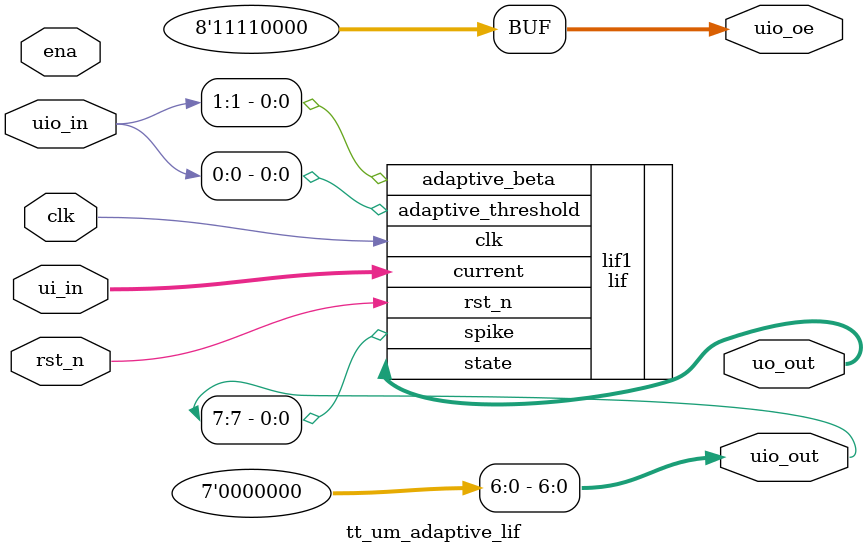
<source format=v>
`default_nettype none

module tt_um_adaptive_lif (
    input  wire [7:0] ui_in,    // Dedicated inputs - connected to the input current
    output wire [7:0] uo_out,   // Dedicated outputs - connected to the 7 digit output
    input  wire [7:0] uio_in,   // IOs: Bidirectional Input path
    output wire [7:0] uio_out,  // IOs: Bidirectional Output path
    output wire [7:0] uio_oe,   // IOs: Bidirectional Enable path (active high: 0=input, 1=output)
    input  wire       ena,      // will go high when the design is enabled
    input  wire       clk,      // clock
    input  wire       rst_n     // reset_n - low to reset
);

    // use bidirectionals as outputs
    assign uio_oe = 8'b11110000;
    assign uio_out [6:0] = 7'd0;

    // instantiate the lif neurons
    lif lif1 (.current(ui_in), .state(uo_out), .spike(uio_out[7]), .adaptive_threshold(uio_in[0]), .adaptive_beta(uio_in[1]), .clk(clk), .rst_n(rst_n));
    // lif lif2 (.current(temp >> 6), .state(uo_out), .spike(uio_out[7]), .learnable_threshold(1'b1), .learnable_beta(1'b1), .clk(clk), .rst_n(rst_n));

endmodule

</source>
